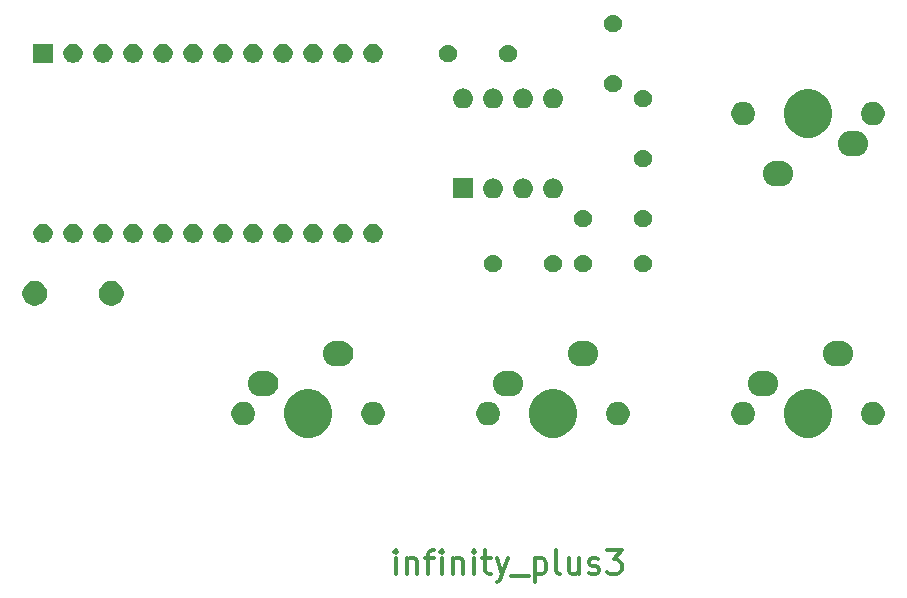
<source format=gbr>
G04 #@! TF.GenerationSoftware,KiCad,Pcbnew,(5.1.2)-1*
G04 #@! TF.CreationDate,2019-05-14T15:55:12+09:00*
G04 #@! TF.ProjectId,pcb,7063622e-6b69-4636-9164-5f7063625858,rev?*
G04 #@! TF.SameCoordinates,Original*
G04 #@! TF.FileFunction,Soldermask,Bot*
G04 #@! TF.FilePolarity,Negative*
%FSLAX46Y46*%
G04 Gerber Fmt 4.6, Leading zero omitted, Abs format (unit mm)*
G04 Created by KiCad (PCBNEW (5.1.2)-1) date 2019-05-14 15:55:12*
%MOMM*%
%LPD*%
G04 APERTURE LIST*
%ADD10C,0.300000*%
%ADD11C,0.100000*%
G04 APERTURE END LIST*
D10*
X64136190Y-186324761D02*
X64136190Y-184991428D01*
X64136190Y-184324761D02*
X64040952Y-184420000D01*
X64136190Y-184515238D01*
X64231428Y-184420000D01*
X64136190Y-184324761D01*
X64136190Y-184515238D01*
X65088571Y-184991428D02*
X65088571Y-186324761D01*
X65088571Y-185181904D02*
X65183809Y-185086666D01*
X65374285Y-184991428D01*
X65660000Y-184991428D01*
X65850476Y-185086666D01*
X65945714Y-185277142D01*
X65945714Y-186324761D01*
X66612380Y-184991428D02*
X67374285Y-184991428D01*
X66898095Y-186324761D02*
X66898095Y-184610476D01*
X66993333Y-184420000D01*
X67183809Y-184324761D01*
X67374285Y-184324761D01*
X68040952Y-186324761D02*
X68040952Y-184991428D01*
X68040952Y-184324761D02*
X67945714Y-184420000D01*
X68040952Y-184515238D01*
X68136190Y-184420000D01*
X68040952Y-184324761D01*
X68040952Y-184515238D01*
X68993333Y-184991428D02*
X68993333Y-186324761D01*
X68993333Y-185181904D02*
X69088571Y-185086666D01*
X69279047Y-184991428D01*
X69564761Y-184991428D01*
X69755238Y-185086666D01*
X69850476Y-185277142D01*
X69850476Y-186324761D01*
X70802857Y-186324761D02*
X70802857Y-184991428D01*
X70802857Y-184324761D02*
X70707619Y-184420000D01*
X70802857Y-184515238D01*
X70898095Y-184420000D01*
X70802857Y-184324761D01*
X70802857Y-184515238D01*
X71469523Y-184991428D02*
X72231428Y-184991428D01*
X71755238Y-184324761D02*
X71755238Y-186039047D01*
X71850476Y-186229523D01*
X72040952Y-186324761D01*
X72231428Y-186324761D01*
X72707619Y-184991428D02*
X73183809Y-186324761D01*
X73660000Y-184991428D02*
X73183809Y-186324761D01*
X72993333Y-186800952D01*
X72898095Y-186896190D01*
X72707619Y-186991428D01*
X73945714Y-186515238D02*
X75469523Y-186515238D01*
X75945714Y-184991428D02*
X75945714Y-186991428D01*
X75945714Y-185086666D02*
X76136190Y-184991428D01*
X76517142Y-184991428D01*
X76707619Y-185086666D01*
X76802857Y-185181904D01*
X76898095Y-185372380D01*
X76898095Y-185943809D01*
X76802857Y-186134285D01*
X76707619Y-186229523D01*
X76517142Y-186324761D01*
X76136190Y-186324761D01*
X75945714Y-186229523D01*
X78040952Y-186324761D02*
X77850476Y-186229523D01*
X77755238Y-186039047D01*
X77755238Y-184324761D01*
X79660000Y-184991428D02*
X79660000Y-186324761D01*
X78802857Y-184991428D02*
X78802857Y-186039047D01*
X78898095Y-186229523D01*
X79088571Y-186324761D01*
X79374285Y-186324761D01*
X79564761Y-186229523D01*
X79660000Y-186134285D01*
X80517142Y-186229523D02*
X80707619Y-186324761D01*
X81088571Y-186324761D01*
X81279047Y-186229523D01*
X81374285Y-186039047D01*
X81374285Y-185943809D01*
X81279047Y-185753333D01*
X81088571Y-185658095D01*
X80802857Y-185658095D01*
X80612380Y-185562857D01*
X80517142Y-185372380D01*
X80517142Y-185277142D01*
X80612380Y-185086666D01*
X80802857Y-184991428D01*
X81088571Y-184991428D01*
X81279047Y-185086666D01*
X82040952Y-184324761D02*
X83279047Y-184324761D01*
X82612380Y-185086666D01*
X82898095Y-185086666D01*
X83088571Y-185181904D01*
X83183809Y-185277142D01*
X83279047Y-185467619D01*
X83279047Y-185943809D01*
X83183809Y-186134285D01*
X83088571Y-186229523D01*
X82898095Y-186324761D01*
X82326666Y-186324761D01*
X82136190Y-186229523D01*
X82040952Y-186134285D01*
D11*
G36*
X57328254Y-170747818D02*
G01*
X57701511Y-170902426D01*
X57701513Y-170902427D01*
X57737937Y-170926765D01*
X58037436Y-171126884D01*
X58323116Y-171412564D01*
X58547574Y-171748489D01*
X58702182Y-172121746D01*
X58781000Y-172517993D01*
X58781000Y-172922007D01*
X58702182Y-173318254D01*
X58551293Y-173682532D01*
X58547573Y-173691513D01*
X58323116Y-174027436D01*
X58037436Y-174313116D01*
X57701513Y-174537573D01*
X57701512Y-174537574D01*
X57701511Y-174537574D01*
X57328254Y-174692182D01*
X56932007Y-174771000D01*
X56527993Y-174771000D01*
X56131746Y-174692182D01*
X55758489Y-174537574D01*
X55758488Y-174537574D01*
X55758487Y-174537573D01*
X55422564Y-174313116D01*
X55136884Y-174027436D01*
X54912427Y-173691513D01*
X54908707Y-173682532D01*
X54757818Y-173318254D01*
X54679000Y-172922007D01*
X54679000Y-172517993D01*
X54757818Y-172121746D01*
X54912426Y-171748489D01*
X55136884Y-171412564D01*
X55422564Y-171126884D01*
X55722063Y-170926765D01*
X55758487Y-170902427D01*
X55758489Y-170902426D01*
X56131746Y-170747818D01*
X56527993Y-170669000D01*
X56932007Y-170669000D01*
X57328254Y-170747818D01*
X57328254Y-170747818D01*
G37*
G36*
X99658254Y-170747818D02*
G01*
X100031511Y-170902426D01*
X100031513Y-170902427D01*
X100067937Y-170926765D01*
X100367436Y-171126884D01*
X100653116Y-171412564D01*
X100877574Y-171748489D01*
X101032182Y-172121746D01*
X101111000Y-172517993D01*
X101111000Y-172922007D01*
X101032182Y-173318254D01*
X100881293Y-173682532D01*
X100877573Y-173691513D01*
X100653116Y-174027436D01*
X100367436Y-174313116D01*
X100031513Y-174537573D01*
X100031512Y-174537574D01*
X100031511Y-174537574D01*
X99658254Y-174692182D01*
X99262007Y-174771000D01*
X98857993Y-174771000D01*
X98461746Y-174692182D01*
X98088489Y-174537574D01*
X98088488Y-174537574D01*
X98088487Y-174537573D01*
X97752564Y-174313116D01*
X97466884Y-174027436D01*
X97242427Y-173691513D01*
X97238707Y-173682532D01*
X97087818Y-173318254D01*
X97009000Y-172922007D01*
X97009000Y-172517993D01*
X97087818Y-172121746D01*
X97242426Y-171748489D01*
X97466884Y-171412564D01*
X97752564Y-171126884D01*
X98052063Y-170926765D01*
X98088487Y-170902427D01*
X98088489Y-170902426D01*
X98461746Y-170747818D01*
X98857993Y-170669000D01*
X99262007Y-170669000D01*
X99658254Y-170747818D01*
X99658254Y-170747818D01*
G37*
G36*
X78068254Y-170747818D02*
G01*
X78441511Y-170902426D01*
X78441513Y-170902427D01*
X78477937Y-170926765D01*
X78777436Y-171126884D01*
X79063116Y-171412564D01*
X79287574Y-171748489D01*
X79442182Y-172121746D01*
X79521000Y-172517993D01*
X79521000Y-172922007D01*
X79442182Y-173318254D01*
X79291293Y-173682532D01*
X79287573Y-173691513D01*
X79063116Y-174027436D01*
X78777436Y-174313116D01*
X78441513Y-174537573D01*
X78441512Y-174537574D01*
X78441511Y-174537574D01*
X78068254Y-174692182D01*
X77672007Y-174771000D01*
X77267993Y-174771000D01*
X76871746Y-174692182D01*
X76498489Y-174537574D01*
X76498488Y-174537574D01*
X76498487Y-174537573D01*
X76162564Y-174313116D01*
X75876884Y-174027436D01*
X75652427Y-173691513D01*
X75648707Y-173682532D01*
X75497818Y-173318254D01*
X75419000Y-172922007D01*
X75419000Y-172517993D01*
X75497818Y-172121746D01*
X75652426Y-171748489D01*
X75876884Y-171412564D01*
X76162564Y-171126884D01*
X76462063Y-170926765D01*
X76498487Y-170902427D01*
X76498489Y-170902426D01*
X76871746Y-170747818D01*
X77267993Y-170669000D01*
X77672007Y-170669000D01*
X78068254Y-170747818D01*
X78068254Y-170747818D01*
G37*
G36*
X104851981Y-171757468D02*
G01*
X105034151Y-171832926D01*
X105198100Y-171942473D01*
X105337527Y-172081900D01*
X105447074Y-172245849D01*
X105522532Y-172428019D01*
X105561000Y-172621410D01*
X105561000Y-172818590D01*
X105522532Y-173011981D01*
X105447074Y-173194151D01*
X105337527Y-173358100D01*
X105198100Y-173497527D01*
X105034151Y-173607074D01*
X104851981Y-173682532D01*
X104658591Y-173721000D01*
X104461409Y-173721000D01*
X104268019Y-173682532D01*
X104085849Y-173607074D01*
X103921900Y-173497527D01*
X103782473Y-173358100D01*
X103672926Y-173194151D01*
X103597468Y-173011981D01*
X103559000Y-172818590D01*
X103559000Y-172621410D01*
X103597468Y-172428019D01*
X103672926Y-172245849D01*
X103782473Y-172081900D01*
X103921900Y-171942473D01*
X104085849Y-171832926D01*
X104268019Y-171757468D01*
X104461409Y-171719000D01*
X104658591Y-171719000D01*
X104851981Y-171757468D01*
X104851981Y-171757468D01*
G37*
G36*
X93851981Y-171757468D02*
G01*
X94034151Y-171832926D01*
X94198100Y-171942473D01*
X94337527Y-172081900D01*
X94447074Y-172245849D01*
X94522532Y-172428019D01*
X94561000Y-172621410D01*
X94561000Y-172818590D01*
X94522532Y-173011981D01*
X94447074Y-173194151D01*
X94337527Y-173358100D01*
X94198100Y-173497527D01*
X94034151Y-173607074D01*
X93851981Y-173682532D01*
X93658591Y-173721000D01*
X93461409Y-173721000D01*
X93268019Y-173682532D01*
X93085849Y-173607074D01*
X92921900Y-173497527D01*
X92782473Y-173358100D01*
X92672926Y-173194151D01*
X92597468Y-173011981D01*
X92559000Y-172818590D01*
X92559000Y-172621410D01*
X92597468Y-172428019D01*
X92672926Y-172245849D01*
X92782473Y-172081900D01*
X92921900Y-171942473D01*
X93085849Y-171832926D01*
X93268019Y-171757468D01*
X93461409Y-171719000D01*
X93658591Y-171719000D01*
X93851981Y-171757468D01*
X93851981Y-171757468D01*
G37*
G36*
X72261981Y-171757468D02*
G01*
X72444151Y-171832926D01*
X72608100Y-171942473D01*
X72747527Y-172081900D01*
X72857074Y-172245849D01*
X72932532Y-172428019D01*
X72971000Y-172621410D01*
X72971000Y-172818590D01*
X72932532Y-173011981D01*
X72857074Y-173194151D01*
X72747527Y-173358100D01*
X72608100Y-173497527D01*
X72444151Y-173607074D01*
X72261981Y-173682532D01*
X72068591Y-173721000D01*
X71871409Y-173721000D01*
X71678019Y-173682532D01*
X71495849Y-173607074D01*
X71331900Y-173497527D01*
X71192473Y-173358100D01*
X71082926Y-173194151D01*
X71007468Y-173011981D01*
X70969000Y-172818590D01*
X70969000Y-172621410D01*
X71007468Y-172428019D01*
X71082926Y-172245849D01*
X71192473Y-172081900D01*
X71331900Y-171942473D01*
X71495849Y-171832926D01*
X71678019Y-171757468D01*
X71871409Y-171719000D01*
X72068591Y-171719000D01*
X72261981Y-171757468D01*
X72261981Y-171757468D01*
G37*
G36*
X83261981Y-171757468D02*
G01*
X83444151Y-171832926D01*
X83608100Y-171942473D01*
X83747527Y-172081900D01*
X83857074Y-172245849D01*
X83932532Y-172428019D01*
X83971000Y-172621410D01*
X83971000Y-172818590D01*
X83932532Y-173011981D01*
X83857074Y-173194151D01*
X83747527Y-173358100D01*
X83608100Y-173497527D01*
X83444151Y-173607074D01*
X83261981Y-173682532D01*
X83068591Y-173721000D01*
X82871409Y-173721000D01*
X82678019Y-173682532D01*
X82495849Y-173607074D01*
X82331900Y-173497527D01*
X82192473Y-173358100D01*
X82082926Y-173194151D01*
X82007468Y-173011981D01*
X81969000Y-172818590D01*
X81969000Y-172621410D01*
X82007468Y-172428019D01*
X82082926Y-172245849D01*
X82192473Y-172081900D01*
X82331900Y-171942473D01*
X82495849Y-171832926D01*
X82678019Y-171757468D01*
X82871409Y-171719000D01*
X83068591Y-171719000D01*
X83261981Y-171757468D01*
X83261981Y-171757468D01*
G37*
G36*
X51521981Y-171757468D02*
G01*
X51704151Y-171832926D01*
X51868100Y-171942473D01*
X52007527Y-172081900D01*
X52117074Y-172245849D01*
X52192532Y-172428019D01*
X52231000Y-172621410D01*
X52231000Y-172818590D01*
X52192532Y-173011981D01*
X52117074Y-173194151D01*
X52007527Y-173358100D01*
X51868100Y-173497527D01*
X51704151Y-173607074D01*
X51521981Y-173682532D01*
X51328591Y-173721000D01*
X51131409Y-173721000D01*
X50938019Y-173682532D01*
X50755849Y-173607074D01*
X50591900Y-173497527D01*
X50452473Y-173358100D01*
X50342926Y-173194151D01*
X50267468Y-173011981D01*
X50229000Y-172818590D01*
X50229000Y-172621410D01*
X50267468Y-172428019D01*
X50342926Y-172245849D01*
X50452473Y-172081900D01*
X50591900Y-171942473D01*
X50755849Y-171832926D01*
X50938019Y-171757468D01*
X51131409Y-171719000D01*
X51328591Y-171719000D01*
X51521981Y-171757468D01*
X51521981Y-171757468D01*
G37*
G36*
X62521981Y-171757468D02*
G01*
X62704151Y-171832926D01*
X62868100Y-171942473D01*
X63007527Y-172081900D01*
X63117074Y-172245849D01*
X63192532Y-172428019D01*
X63231000Y-172621410D01*
X63231000Y-172818590D01*
X63192532Y-173011981D01*
X63117074Y-173194151D01*
X63007527Y-173358100D01*
X62868100Y-173497527D01*
X62704151Y-173607074D01*
X62521981Y-173682532D01*
X62328591Y-173721000D01*
X62131409Y-173721000D01*
X61938019Y-173682532D01*
X61755849Y-173607074D01*
X61591900Y-173497527D01*
X61452473Y-173358100D01*
X61342926Y-173194151D01*
X61267468Y-173011981D01*
X61229000Y-172818590D01*
X61229000Y-172621410D01*
X61267468Y-172428019D01*
X61342926Y-172245849D01*
X61452473Y-172081900D01*
X61591900Y-171942473D01*
X61755849Y-171832926D01*
X61938019Y-171757468D01*
X62131409Y-171719000D01*
X62328591Y-171719000D01*
X62521981Y-171757468D01*
X62521981Y-171757468D01*
G37*
G36*
X95603097Y-169134069D02*
G01*
X95706032Y-169144207D01*
X95904146Y-169204305D01*
X95904149Y-169204306D01*
X96000975Y-169256061D01*
X96086729Y-169301897D01*
X96246765Y-169433235D01*
X96378103Y-169593271D01*
X96423939Y-169679025D01*
X96475694Y-169775851D01*
X96475695Y-169775854D01*
X96535793Y-169973968D01*
X96556085Y-170180000D01*
X96535793Y-170386032D01*
X96475695Y-170584146D01*
X96475694Y-170584149D01*
X96430340Y-170669000D01*
X96378103Y-170766729D01*
X96246765Y-170926765D01*
X96086729Y-171058103D01*
X96000975Y-171103939D01*
X95904149Y-171155694D01*
X95904146Y-171155695D01*
X95706032Y-171215793D01*
X95603097Y-171225931D01*
X95551631Y-171231000D01*
X94948369Y-171231000D01*
X94896903Y-171225931D01*
X94793968Y-171215793D01*
X94595854Y-171155695D01*
X94595851Y-171155694D01*
X94499025Y-171103939D01*
X94413271Y-171058103D01*
X94253235Y-170926765D01*
X94121897Y-170766729D01*
X94069660Y-170669000D01*
X94024306Y-170584149D01*
X94024305Y-170584146D01*
X93964207Y-170386032D01*
X93943915Y-170180000D01*
X93964207Y-169973968D01*
X94024305Y-169775854D01*
X94024306Y-169775851D01*
X94076061Y-169679025D01*
X94121897Y-169593271D01*
X94253235Y-169433235D01*
X94413271Y-169301897D01*
X94499025Y-169256061D01*
X94595851Y-169204306D01*
X94595854Y-169204305D01*
X94793968Y-169144207D01*
X94896903Y-169134069D01*
X94948369Y-169129000D01*
X95551631Y-169129000D01*
X95603097Y-169134069D01*
X95603097Y-169134069D01*
G37*
G36*
X53273097Y-169134069D02*
G01*
X53376032Y-169144207D01*
X53574146Y-169204305D01*
X53574149Y-169204306D01*
X53670975Y-169256061D01*
X53756729Y-169301897D01*
X53916765Y-169433235D01*
X54048103Y-169593271D01*
X54093939Y-169679025D01*
X54145694Y-169775851D01*
X54145695Y-169775854D01*
X54205793Y-169973968D01*
X54226085Y-170180000D01*
X54205793Y-170386032D01*
X54145695Y-170584146D01*
X54145694Y-170584149D01*
X54100340Y-170669000D01*
X54048103Y-170766729D01*
X53916765Y-170926765D01*
X53756729Y-171058103D01*
X53670975Y-171103939D01*
X53574149Y-171155694D01*
X53574146Y-171155695D01*
X53376032Y-171215793D01*
X53273097Y-171225931D01*
X53221631Y-171231000D01*
X52618369Y-171231000D01*
X52566903Y-171225931D01*
X52463968Y-171215793D01*
X52265854Y-171155695D01*
X52265851Y-171155694D01*
X52169025Y-171103939D01*
X52083271Y-171058103D01*
X51923235Y-170926765D01*
X51791897Y-170766729D01*
X51739660Y-170669000D01*
X51694306Y-170584149D01*
X51694305Y-170584146D01*
X51634207Y-170386032D01*
X51613915Y-170180000D01*
X51634207Y-169973968D01*
X51694305Y-169775854D01*
X51694306Y-169775851D01*
X51746061Y-169679025D01*
X51791897Y-169593271D01*
X51923235Y-169433235D01*
X52083271Y-169301897D01*
X52169025Y-169256061D01*
X52265851Y-169204306D01*
X52265854Y-169204305D01*
X52463968Y-169144207D01*
X52566903Y-169134069D01*
X52618369Y-169129000D01*
X53221631Y-169129000D01*
X53273097Y-169134069D01*
X53273097Y-169134069D01*
G37*
G36*
X74013097Y-169134069D02*
G01*
X74116032Y-169144207D01*
X74314146Y-169204305D01*
X74314149Y-169204306D01*
X74410975Y-169256061D01*
X74496729Y-169301897D01*
X74656765Y-169433235D01*
X74788103Y-169593271D01*
X74833939Y-169679025D01*
X74885694Y-169775851D01*
X74885695Y-169775854D01*
X74945793Y-169973968D01*
X74966085Y-170180000D01*
X74945793Y-170386032D01*
X74885695Y-170584146D01*
X74885694Y-170584149D01*
X74840340Y-170669000D01*
X74788103Y-170766729D01*
X74656765Y-170926765D01*
X74496729Y-171058103D01*
X74410975Y-171103939D01*
X74314149Y-171155694D01*
X74314146Y-171155695D01*
X74116032Y-171215793D01*
X74013097Y-171225931D01*
X73961631Y-171231000D01*
X73358369Y-171231000D01*
X73306903Y-171225931D01*
X73203968Y-171215793D01*
X73005854Y-171155695D01*
X73005851Y-171155694D01*
X72909025Y-171103939D01*
X72823271Y-171058103D01*
X72663235Y-170926765D01*
X72531897Y-170766729D01*
X72479660Y-170669000D01*
X72434306Y-170584149D01*
X72434305Y-170584146D01*
X72374207Y-170386032D01*
X72353915Y-170180000D01*
X72374207Y-169973968D01*
X72434305Y-169775854D01*
X72434306Y-169775851D01*
X72486061Y-169679025D01*
X72531897Y-169593271D01*
X72663235Y-169433235D01*
X72823271Y-169301897D01*
X72909025Y-169256061D01*
X73005851Y-169204306D01*
X73005854Y-169204305D01*
X73203968Y-169144207D01*
X73306903Y-169134069D01*
X73358369Y-169129000D01*
X73961631Y-169129000D01*
X74013097Y-169134069D01*
X74013097Y-169134069D01*
G37*
G36*
X59623097Y-166594069D02*
G01*
X59726032Y-166604207D01*
X59924146Y-166664305D01*
X59924149Y-166664306D01*
X60020975Y-166716061D01*
X60106729Y-166761897D01*
X60266765Y-166893235D01*
X60398103Y-167053271D01*
X60443939Y-167139025D01*
X60495694Y-167235851D01*
X60495695Y-167235854D01*
X60555793Y-167433968D01*
X60576085Y-167640000D01*
X60555793Y-167846032D01*
X60495695Y-168044146D01*
X60495694Y-168044149D01*
X60443939Y-168140975D01*
X60398103Y-168226729D01*
X60266765Y-168386765D01*
X60106729Y-168518103D01*
X60020975Y-168563939D01*
X59924149Y-168615694D01*
X59924146Y-168615695D01*
X59726032Y-168675793D01*
X59623097Y-168685931D01*
X59571631Y-168691000D01*
X58968369Y-168691000D01*
X58916903Y-168685931D01*
X58813968Y-168675793D01*
X58615854Y-168615695D01*
X58615851Y-168615694D01*
X58519025Y-168563939D01*
X58433271Y-168518103D01*
X58273235Y-168386765D01*
X58141897Y-168226729D01*
X58096061Y-168140975D01*
X58044306Y-168044149D01*
X58044305Y-168044146D01*
X57984207Y-167846032D01*
X57963915Y-167640000D01*
X57984207Y-167433968D01*
X58044305Y-167235854D01*
X58044306Y-167235851D01*
X58096061Y-167139025D01*
X58141897Y-167053271D01*
X58273235Y-166893235D01*
X58433271Y-166761897D01*
X58519025Y-166716061D01*
X58615851Y-166664306D01*
X58615854Y-166664305D01*
X58813968Y-166604207D01*
X58916903Y-166594069D01*
X58968369Y-166589000D01*
X59571631Y-166589000D01*
X59623097Y-166594069D01*
X59623097Y-166594069D01*
G37*
G36*
X80363097Y-166594069D02*
G01*
X80466032Y-166604207D01*
X80664146Y-166664305D01*
X80664149Y-166664306D01*
X80760975Y-166716061D01*
X80846729Y-166761897D01*
X81006765Y-166893235D01*
X81138103Y-167053271D01*
X81183939Y-167139025D01*
X81235694Y-167235851D01*
X81235695Y-167235854D01*
X81295793Y-167433968D01*
X81316085Y-167640000D01*
X81295793Y-167846032D01*
X81235695Y-168044146D01*
X81235694Y-168044149D01*
X81183939Y-168140975D01*
X81138103Y-168226729D01*
X81006765Y-168386765D01*
X80846729Y-168518103D01*
X80760975Y-168563939D01*
X80664149Y-168615694D01*
X80664146Y-168615695D01*
X80466032Y-168675793D01*
X80363097Y-168685931D01*
X80311631Y-168691000D01*
X79708369Y-168691000D01*
X79656903Y-168685931D01*
X79553968Y-168675793D01*
X79355854Y-168615695D01*
X79355851Y-168615694D01*
X79259025Y-168563939D01*
X79173271Y-168518103D01*
X79013235Y-168386765D01*
X78881897Y-168226729D01*
X78836061Y-168140975D01*
X78784306Y-168044149D01*
X78784305Y-168044146D01*
X78724207Y-167846032D01*
X78703915Y-167640000D01*
X78724207Y-167433968D01*
X78784305Y-167235854D01*
X78784306Y-167235851D01*
X78836061Y-167139025D01*
X78881897Y-167053271D01*
X79013235Y-166893235D01*
X79173271Y-166761897D01*
X79259025Y-166716061D01*
X79355851Y-166664306D01*
X79355854Y-166664305D01*
X79553968Y-166604207D01*
X79656903Y-166594069D01*
X79708369Y-166589000D01*
X80311631Y-166589000D01*
X80363097Y-166594069D01*
X80363097Y-166594069D01*
G37*
G36*
X101953097Y-166594069D02*
G01*
X102056032Y-166604207D01*
X102254146Y-166664305D01*
X102254149Y-166664306D01*
X102350975Y-166716061D01*
X102436729Y-166761897D01*
X102596765Y-166893235D01*
X102728103Y-167053271D01*
X102773939Y-167139025D01*
X102825694Y-167235851D01*
X102825695Y-167235854D01*
X102885793Y-167433968D01*
X102906085Y-167640000D01*
X102885793Y-167846032D01*
X102825695Y-168044146D01*
X102825694Y-168044149D01*
X102773939Y-168140975D01*
X102728103Y-168226729D01*
X102596765Y-168386765D01*
X102436729Y-168518103D01*
X102350975Y-168563939D01*
X102254149Y-168615694D01*
X102254146Y-168615695D01*
X102056032Y-168675793D01*
X101953097Y-168685931D01*
X101901631Y-168691000D01*
X101298369Y-168691000D01*
X101246903Y-168685931D01*
X101143968Y-168675793D01*
X100945854Y-168615695D01*
X100945851Y-168615694D01*
X100849025Y-168563939D01*
X100763271Y-168518103D01*
X100603235Y-168386765D01*
X100471897Y-168226729D01*
X100426061Y-168140975D01*
X100374306Y-168044149D01*
X100374305Y-168044146D01*
X100314207Y-167846032D01*
X100293915Y-167640000D01*
X100314207Y-167433968D01*
X100374305Y-167235854D01*
X100374306Y-167235851D01*
X100426061Y-167139025D01*
X100471897Y-167053271D01*
X100603235Y-166893235D01*
X100763271Y-166761897D01*
X100849025Y-166716061D01*
X100945851Y-166664306D01*
X100945854Y-166664305D01*
X101143968Y-166604207D01*
X101246903Y-166594069D01*
X101298369Y-166589000D01*
X101901631Y-166589000D01*
X101953097Y-166594069D01*
X101953097Y-166594069D01*
G37*
G36*
X40386564Y-161549389D02*
G01*
X40577833Y-161628615D01*
X40577835Y-161628616D01*
X40749973Y-161743635D01*
X40896365Y-161890027D01*
X41011385Y-162062167D01*
X41090611Y-162253436D01*
X41131000Y-162456484D01*
X41131000Y-162663516D01*
X41090611Y-162866564D01*
X41011385Y-163057833D01*
X41011384Y-163057835D01*
X40896365Y-163229973D01*
X40749973Y-163376365D01*
X40577835Y-163491384D01*
X40577834Y-163491385D01*
X40577833Y-163491385D01*
X40386564Y-163570611D01*
X40183516Y-163611000D01*
X39976484Y-163611000D01*
X39773436Y-163570611D01*
X39582167Y-163491385D01*
X39582166Y-163491385D01*
X39582165Y-163491384D01*
X39410027Y-163376365D01*
X39263635Y-163229973D01*
X39148616Y-163057835D01*
X39148615Y-163057833D01*
X39069389Y-162866564D01*
X39029000Y-162663516D01*
X39029000Y-162456484D01*
X39069389Y-162253436D01*
X39148615Y-162062167D01*
X39263635Y-161890027D01*
X39410027Y-161743635D01*
X39582165Y-161628616D01*
X39582167Y-161628615D01*
X39773436Y-161549389D01*
X39976484Y-161509000D01*
X40183516Y-161509000D01*
X40386564Y-161549389D01*
X40386564Y-161549389D01*
G37*
G36*
X33886564Y-161549389D02*
G01*
X34077833Y-161628615D01*
X34077835Y-161628616D01*
X34249973Y-161743635D01*
X34396365Y-161890027D01*
X34511385Y-162062167D01*
X34590611Y-162253436D01*
X34631000Y-162456484D01*
X34631000Y-162663516D01*
X34590611Y-162866564D01*
X34511385Y-163057833D01*
X34511384Y-163057835D01*
X34396365Y-163229973D01*
X34249973Y-163376365D01*
X34077835Y-163491384D01*
X34077834Y-163491385D01*
X34077833Y-163491385D01*
X33886564Y-163570611D01*
X33683516Y-163611000D01*
X33476484Y-163611000D01*
X33273436Y-163570611D01*
X33082167Y-163491385D01*
X33082166Y-163491385D01*
X33082165Y-163491384D01*
X32910027Y-163376365D01*
X32763635Y-163229973D01*
X32648616Y-163057835D01*
X32648615Y-163057833D01*
X32569389Y-162866564D01*
X32529000Y-162663516D01*
X32529000Y-162456484D01*
X32569389Y-162253436D01*
X32648615Y-162062167D01*
X32763635Y-161890027D01*
X32910027Y-161743635D01*
X33082165Y-161628616D01*
X33082167Y-161628615D01*
X33273436Y-161549389D01*
X33476484Y-161509000D01*
X33683516Y-161509000D01*
X33886564Y-161549389D01*
X33886564Y-161549389D01*
G37*
G36*
X72484425Y-159274599D02*
G01*
X72608621Y-159299302D01*
X72745022Y-159355801D01*
X72867779Y-159437825D01*
X72972175Y-159542221D01*
X73054199Y-159664978D01*
X73110698Y-159801379D01*
X73139500Y-159946181D01*
X73139500Y-160093819D01*
X73110698Y-160238621D01*
X73054199Y-160375022D01*
X72972175Y-160497779D01*
X72867779Y-160602175D01*
X72745022Y-160684199D01*
X72608621Y-160740698D01*
X72484425Y-160765401D01*
X72463820Y-160769500D01*
X72316180Y-160769500D01*
X72295575Y-160765401D01*
X72171379Y-160740698D01*
X72034978Y-160684199D01*
X71912221Y-160602175D01*
X71807825Y-160497779D01*
X71725801Y-160375022D01*
X71669302Y-160238621D01*
X71640500Y-160093819D01*
X71640500Y-159946181D01*
X71669302Y-159801379D01*
X71725801Y-159664978D01*
X71807825Y-159542221D01*
X71912221Y-159437825D01*
X72034978Y-159355801D01*
X72171379Y-159299302D01*
X72295575Y-159274599D01*
X72316180Y-159270500D01*
X72463820Y-159270500D01*
X72484425Y-159274599D01*
X72484425Y-159274599D01*
G37*
G36*
X80104425Y-159274599D02*
G01*
X80228621Y-159299302D01*
X80365022Y-159355801D01*
X80487779Y-159437825D01*
X80592175Y-159542221D01*
X80674199Y-159664978D01*
X80730698Y-159801379D01*
X80759500Y-159946181D01*
X80759500Y-160093819D01*
X80730698Y-160238621D01*
X80674199Y-160375022D01*
X80592175Y-160497779D01*
X80487779Y-160602175D01*
X80365022Y-160684199D01*
X80228621Y-160740698D01*
X80104425Y-160765401D01*
X80083820Y-160769500D01*
X79936180Y-160769500D01*
X79915575Y-160765401D01*
X79791379Y-160740698D01*
X79654978Y-160684199D01*
X79532221Y-160602175D01*
X79427825Y-160497779D01*
X79345801Y-160375022D01*
X79289302Y-160238621D01*
X79260500Y-160093819D01*
X79260500Y-159946181D01*
X79289302Y-159801379D01*
X79345801Y-159664978D01*
X79427825Y-159542221D01*
X79532221Y-159437825D01*
X79654978Y-159355801D01*
X79791379Y-159299302D01*
X79915575Y-159274599D01*
X79936180Y-159270500D01*
X80083820Y-159270500D01*
X80104425Y-159274599D01*
X80104425Y-159274599D01*
G37*
G36*
X85184425Y-159274599D02*
G01*
X85308621Y-159299302D01*
X85445022Y-159355801D01*
X85567779Y-159437825D01*
X85672175Y-159542221D01*
X85754199Y-159664978D01*
X85810698Y-159801379D01*
X85839500Y-159946181D01*
X85839500Y-160093819D01*
X85810698Y-160238621D01*
X85754199Y-160375022D01*
X85672175Y-160497779D01*
X85567779Y-160602175D01*
X85445022Y-160684199D01*
X85308621Y-160740698D01*
X85184425Y-160765401D01*
X85163820Y-160769500D01*
X85016180Y-160769500D01*
X84995575Y-160765401D01*
X84871379Y-160740698D01*
X84734978Y-160684199D01*
X84612221Y-160602175D01*
X84507825Y-160497779D01*
X84425801Y-160375022D01*
X84369302Y-160238621D01*
X84340500Y-160093819D01*
X84340500Y-159946181D01*
X84369302Y-159801379D01*
X84425801Y-159664978D01*
X84507825Y-159542221D01*
X84612221Y-159437825D01*
X84734978Y-159355801D01*
X84871379Y-159299302D01*
X84995575Y-159274599D01*
X85016180Y-159270500D01*
X85163820Y-159270500D01*
X85184425Y-159274599D01*
X85184425Y-159274599D01*
G37*
G36*
X77564425Y-159274599D02*
G01*
X77688621Y-159299302D01*
X77825022Y-159355801D01*
X77947779Y-159437825D01*
X78052175Y-159542221D01*
X78134199Y-159664978D01*
X78190698Y-159801379D01*
X78219500Y-159946181D01*
X78219500Y-160093819D01*
X78190698Y-160238621D01*
X78134199Y-160375022D01*
X78052175Y-160497779D01*
X77947779Y-160602175D01*
X77825022Y-160684199D01*
X77688621Y-160740698D01*
X77564425Y-160765401D01*
X77543820Y-160769500D01*
X77396180Y-160769500D01*
X77375575Y-160765401D01*
X77251379Y-160740698D01*
X77114978Y-160684199D01*
X76992221Y-160602175D01*
X76887825Y-160497779D01*
X76805801Y-160375022D01*
X76749302Y-160238621D01*
X76720500Y-160093819D01*
X76720500Y-159946181D01*
X76749302Y-159801379D01*
X76805801Y-159664978D01*
X76887825Y-159542221D01*
X76992221Y-159437825D01*
X77114978Y-159355801D01*
X77251379Y-159299302D01*
X77375575Y-159274599D01*
X77396180Y-159270500D01*
X77543820Y-159270500D01*
X77564425Y-159274599D01*
X77564425Y-159274599D01*
G37*
G36*
X62467142Y-156678242D02*
G01*
X62615101Y-156739529D01*
X62748255Y-156828499D01*
X62861501Y-156941745D01*
X62950471Y-157074899D01*
X63011758Y-157222858D01*
X63043000Y-157379925D01*
X63043000Y-157540075D01*
X63011758Y-157697142D01*
X62950471Y-157845101D01*
X62861501Y-157978255D01*
X62748255Y-158091501D01*
X62615101Y-158180471D01*
X62467142Y-158241758D01*
X62310075Y-158273000D01*
X62149925Y-158273000D01*
X61992858Y-158241758D01*
X61844899Y-158180471D01*
X61711745Y-158091501D01*
X61598499Y-157978255D01*
X61509529Y-157845101D01*
X61448242Y-157697142D01*
X61417000Y-157540075D01*
X61417000Y-157379925D01*
X61448242Y-157222858D01*
X61509529Y-157074899D01*
X61598499Y-156941745D01*
X61711745Y-156828499D01*
X61844899Y-156739529D01*
X61992858Y-156678242D01*
X62149925Y-156647000D01*
X62310075Y-156647000D01*
X62467142Y-156678242D01*
X62467142Y-156678242D01*
G37*
G36*
X34527142Y-156678242D02*
G01*
X34675101Y-156739529D01*
X34808255Y-156828499D01*
X34921501Y-156941745D01*
X35010471Y-157074899D01*
X35071758Y-157222858D01*
X35103000Y-157379925D01*
X35103000Y-157540075D01*
X35071758Y-157697142D01*
X35010471Y-157845101D01*
X34921501Y-157978255D01*
X34808255Y-158091501D01*
X34675101Y-158180471D01*
X34527142Y-158241758D01*
X34370075Y-158273000D01*
X34209925Y-158273000D01*
X34052858Y-158241758D01*
X33904899Y-158180471D01*
X33771745Y-158091501D01*
X33658499Y-157978255D01*
X33569529Y-157845101D01*
X33508242Y-157697142D01*
X33477000Y-157540075D01*
X33477000Y-157379925D01*
X33508242Y-157222858D01*
X33569529Y-157074899D01*
X33658499Y-156941745D01*
X33771745Y-156828499D01*
X33904899Y-156739529D01*
X34052858Y-156678242D01*
X34209925Y-156647000D01*
X34370075Y-156647000D01*
X34527142Y-156678242D01*
X34527142Y-156678242D01*
G37*
G36*
X37067142Y-156678242D02*
G01*
X37215101Y-156739529D01*
X37348255Y-156828499D01*
X37461501Y-156941745D01*
X37550471Y-157074899D01*
X37611758Y-157222858D01*
X37643000Y-157379925D01*
X37643000Y-157540075D01*
X37611758Y-157697142D01*
X37550471Y-157845101D01*
X37461501Y-157978255D01*
X37348255Y-158091501D01*
X37215101Y-158180471D01*
X37067142Y-158241758D01*
X36910075Y-158273000D01*
X36749925Y-158273000D01*
X36592858Y-158241758D01*
X36444899Y-158180471D01*
X36311745Y-158091501D01*
X36198499Y-157978255D01*
X36109529Y-157845101D01*
X36048242Y-157697142D01*
X36017000Y-157540075D01*
X36017000Y-157379925D01*
X36048242Y-157222858D01*
X36109529Y-157074899D01*
X36198499Y-156941745D01*
X36311745Y-156828499D01*
X36444899Y-156739529D01*
X36592858Y-156678242D01*
X36749925Y-156647000D01*
X36910075Y-156647000D01*
X37067142Y-156678242D01*
X37067142Y-156678242D01*
G37*
G36*
X39607142Y-156678242D02*
G01*
X39755101Y-156739529D01*
X39888255Y-156828499D01*
X40001501Y-156941745D01*
X40090471Y-157074899D01*
X40151758Y-157222858D01*
X40183000Y-157379925D01*
X40183000Y-157540075D01*
X40151758Y-157697142D01*
X40090471Y-157845101D01*
X40001501Y-157978255D01*
X39888255Y-158091501D01*
X39755101Y-158180471D01*
X39607142Y-158241758D01*
X39450075Y-158273000D01*
X39289925Y-158273000D01*
X39132858Y-158241758D01*
X38984899Y-158180471D01*
X38851745Y-158091501D01*
X38738499Y-157978255D01*
X38649529Y-157845101D01*
X38588242Y-157697142D01*
X38557000Y-157540075D01*
X38557000Y-157379925D01*
X38588242Y-157222858D01*
X38649529Y-157074899D01*
X38738499Y-156941745D01*
X38851745Y-156828499D01*
X38984899Y-156739529D01*
X39132858Y-156678242D01*
X39289925Y-156647000D01*
X39450075Y-156647000D01*
X39607142Y-156678242D01*
X39607142Y-156678242D01*
G37*
G36*
X42147142Y-156678242D02*
G01*
X42295101Y-156739529D01*
X42428255Y-156828499D01*
X42541501Y-156941745D01*
X42630471Y-157074899D01*
X42691758Y-157222858D01*
X42723000Y-157379925D01*
X42723000Y-157540075D01*
X42691758Y-157697142D01*
X42630471Y-157845101D01*
X42541501Y-157978255D01*
X42428255Y-158091501D01*
X42295101Y-158180471D01*
X42147142Y-158241758D01*
X41990075Y-158273000D01*
X41829925Y-158273000D01*
X41672858Y-158241758D01*
X41524899Y-158180471D01*
X41391745Y-158091501D01*
X41278499Y-157978255D01*
X41189529Y-157845101D01*
X41128242Y-157697142D01*
X41097000Y-157540075D01*
X41097000Y-157379925D01*
X41128242Y-157222858D01*
X41189529Y-157074899D01*
X41278499Y-156941745D01*
X41391745Y-156828499D01*
X41524899Y-156739529D01*
X41672858Y-156678242D01*
X41829925Y-156647000D01*
X41990075Y-156647000D01*
X42147142Y-156678242D01*
X42147142Y-156678242D01*
G37*
G36*
X44687142Y-156678242D02*
G01*
X44835101Y-156739529D01*
X44968255Y-156828499D01*
X45081501Y-156941745D01*
X45170471Y-157074899D01*
X45231758Y-157222858D01*
X45263000Y-157379925D01*
X45263000Y-157540075D01*
X45231758Y-157697142D01*
X45170471Y-157845101D01*
X45081501Y-157978255D01*
X44968255Y-158091501D01*
X44835101Y-158180471D01*
X44687142Y-158241758D01*
X44530075Y-158273000D01*
X44369925Y-158273000D01*
X44212858Y-158241758D01*
X44064899Y-158180471D01*
X43931745Y-158091501D01*
X43818499Y-157978255D01*
X43729529Y-157845101D01*
X43668242Y-157697142D01*
X43637000Y-157540075D01*
X43637000Y-157379925D01*
X43668242Y-157222858D01*
X43729529Y-157074899D01*
X43818499Y-156941745D01*
X43931745Y-156828499D01*
X44064899Y-156739529D01*
X44212858Y-156678242D01*
X44369925Y-156647000D01*
X44530075Y-156647000D01*
X44687142Y-156678242D01*
X44687142Y-156678242D01*
G37*
G36*
X47227142Y-156678242D02*
G01*
X47375101Y-156739529D01*
X47508255Y-156828499D01*
X47621501Y-156941745D01*
X47710471Y-157074899D01*
X47771758Y-157222858D01*
X47803000Y-157379925D01*
X47803000Y-157540075D01*
X47771758Y-157697142D01*
X47710471Y-157845101D01*
X47621501Y-157978255D01*
X47508255Y-158091501D01*
X47375101Y-158180471D01*
X47227142Y-158241758D01*
X47070075Y-158273000D01*
X46909925Y-158273000D01*
X46752858Y-158241758D01*
X46604899Y-158180471D01*
X46471745Y-158091501D01*
X46358499Y-157978255D01*
X46269529Y-157845101D01*
X46208242Y-157697142D01*
X46177000Y-157540075D01*
X46177000Y-157379925D01*
X46208242Y-157222858D01*
X46269529Y-157074899D01*
X46358499Y-156941745D01*
X46471745Y-156828499D01*
X46604899Y-156739529D01*
X46752858Y-156678242D01*
X46909925Y-156647000D01*
X47070075Y-156647000D01*
X47227142Y-156678242D01*
X47227142Y-156678242D01*
G37*
G36*
X49767142Y-156678242D02*
G01*
X49915101Y-156739529D01*
X50048255Y-156828499D01*
X50161501Y-156941745D01*
X50250471Y-157074899D01*
X50311758Y-157222858D01*
X50343000Y-157379925D01*
X50343000Y-157540075D01*
X50311758Y-157697142D01*
X50250471Y-157845101D01*
X50161501Y-157978255D01*
X50048255Y-158091501D01*
X49915101Y-158180471D01*
X49767142Y-158241758D01*
X49610075Y-158273000D01*
X49449925Y-158273000D01*
X49292858Y-158241758D01*
X49144899Y-158180471D01*
X49011745Y-158091501D01*
X48898499Y-157978255D01*
X48809529Y-157845101D01*
X48748242Y-157697142D01*
X48717000Y-157540075D01*
X48717000Y-157379925D01*
X48748242Y-157222858D01*
X48809529Y-157074899D01*
X48898499Y-156941745D01*
X49011745Y-156828499D01*
X49144899Y-156739529D01*
X49292858Y-156678242D01*
X49449925Y-156647000D01*
X49610075Y-156647000D01*
X49767142Y-156678242D01*
X49767142Y-156678242D01*
G37*
G36*
X52307142Y-156678242D02*
G01*
X52455101Y-156739529D01*
X52588255Y-156828499D01*
X52701501Y-156941745D01*
X52790471Y-157074899D01*
X52851758Y-157222858D01*
X52883000Y-157379925D01*
X52883000Y-157540075D01*
X52851758Y-157697142D01*
X52790471Y-157845101D01*
X52701501Y-157978255D01*
X52588255Y-158091501D01*
X52455101Y-158180471D01*
X52307142Y-158241758D01*
X52150075Y-158273000D01*
X51989925Y-158273000D01*
X51832858Y-158241758D01*
X51684899Y-158180471D01*
X51551745Y-158091501D01*
X51438499Y-157978255D01*
X51349529Y-157845101D01*
X51288242Y-157697142D01*
X51257000Y-157540075D01*
X51257000Y-157379925D01*
X51288242Y-157222858D01*
X51349529Y-157074899D01*
X51438499Y-156941745D01*
X51551745Y-156828499D01*
X51684899Y-156739529D01*
X51832858Y-156678242D01*
X51989925Y-156647000D01*
X52150075Y-156647000D01*
X52307142Y-156678242D01*
X52307142Y-156678242D01*
G37*
G36*
X54847142Y-156678242D02*
G01*
X54995101Y-156739529D01*
X55128255Y-156828499D01*
X55241501Y-156941745D01*
X55330471Y-157074899D01*
X55391758Y-157222858D01*
X55423000Y-157379925D01*
X55423000Y-157540075D01*
X55391758Y-157697142D01*
X55330471Y-157845101D01*
X55241501Y-157978255D01*
X55128255Y-158091501D01*
X54995101Y-158180471D01*
X54847142Y-158241758D01*
X54690075Y-158273000D01*
X54529925Y-158273000D01*
X54372858Y-158241758D01*
X54224899Y-158180471D01*
X54091745Y-158091501D01*
X53978499Y-157978255D01*
X53889529Y-157845101D01*
X53828242Y-157697142D01*
X53797000Y-157540075D01*
X53797000Y-157379925D01*
X53828242Y-157222858D01*
X53889529Y-157074899D01*
X53978499Y-156941745D01*
X54091745Y-156828499D01*
X54224899Y-156739529D01*
X54372858Y-156678242D01*
X54529925Y-156647000D01*
X54690075Y-156647000D01*
X54847142Y-156678242D01*
X54847142Y-156678242D01*
G37*
G36*
X57387142Y-156678242D02*
G01*
X57535101Y-156739529D01*
X57668255Y-156828499D01*
X57781501Y-156941745D01*
X57870471Y-157074899D01*
X57931758Y-157222858D01*
X57963000Y-157379925D01*
X57963000Y-157540075D01*
X57931758Y-157697142D01*
X57870471Y-157845101D01*
X57781501Y-157978255D01*
X57668255Y-158091501D01*
X57535101Y-158180471D01*
X57387142Y-158241758D01*
X57230075Y-158273000D01*
X57069925Y-158273000D01*
X56912858Y-158241758D01*
X56764899Y-158180471D01*
X56631745Y-158091501D01*
X56518499Y-157978255D01*
X56429529Y-157845101D01*
X56368242Y-157697142D01*
X56337000Y-157540075D01*
X56337000Y-157379925D01*
X56368242Y-157222858D01*
X56429529Y-157074899D01*
X56518499Y-156941745D01*
X56631745Y-156828499D01*
X56764899Y-156739529D01*
X56912858Y-156678242D01*
X57069925Y-156647000D01*
X57230075Y-156647000D01*
X57387142Y-156678242D01*
X57387142Y-156678242D01*
G37*
G36*
X59927142Y-156678242D02*
G01*
X60075101Y-156739529D01*
X60208255Y-156828499D01*
X60321501Y-156941745D01*
X60410471Y-157074899D01*
X60471758Y-157222858D01*
X60503000Y-157379925D01*
X60503000Y-157540075D01*
X60471758Y-157697142D01*
X60410471Y-157845101D01*
X60321501Y-157978255D01*
X60208255Y-158091501D01*
X60075101Y-158180471D01*
X59927142Y-158241758D01*
X59770075Y-158273000D01*
X59609925Y-158273000D01*
X59452858Y-158241758D01*
X59304899Y-158180471D01*
X59171745Y-158091501D01*
X59058499Y-157978255D01*
X58969529Y-157845101D01*
X58908242Y-157697142D01*
X58877000Y-157540075D01*
X58877000Y-157379925D01*
X58908242Y-157222858D01*
X58969529Y-157074899D01*
X59058499Y-156941745D01*
X59171745Y-156828499D01*
X59304899Y-156739529D01*
X59452858Y-156678242D01*
X59609925Y-156647000D01*
X59770075Y-156647000D01*
X59927142Y-156678242D01*
X59927142Y-156678242D01*
G37*
G36*
X85184425Y-155464599D02*
G01*
X85308621Y-155489302D01*
X85445022Y-155545801D01*
X85567779Y-155627825D01*
X85672175Y-155732221D01*
X85754199Y-155854978D01*
X85810698Y-155991379D01*
X85839500Y-156136181D01*
X85839500Y-156283819D01*
X85810698Y-156428621D01*
X85754199Y-156565022D01*
X85672175Y-156687779D01*
X85567779Y-156792175D01*
X85445022Y-156874199D01*
X85308621Y-156930698D01*
X85184425Y-156955401D01*
X85163820Y-156959500D01*
X85016180Y-156959500D01*
X84995575Y-156955401D01*
X84871379Y-156930698D01*
X84734978Y-156874199D01*
X84612221Y-156792175D01*
X84507825Y-156687779D01*
X84425801Y-156565022D01*
X84369302Y-156428621D01*
X84340500Y-156283819D01*
X84340500Y-156136181D01*
X84369302Y-155991379D01*
X84425801Y-155854978D01*
X84507825Y-155732221D01*
X84612221Y-155627825D01*
X84734978Y-155545801D01*
X84871379Y-155489302D01*
X84995575Y-155464599D01*
X85016180Y-155460500D01*
X85163820Y-155460500D01*
X85184425Y-155464599D01*
X85184425Y-155464599D01*
G37*
G36*
X80104425Y-155464599D02*
G01*
X80228621Y-155489302D01*
X80365022Y-155545801D01*
X80487779Y-155627825D01*
X80592175Y-155732221D01*
X80674199Y-155854978D01*
X80730698Y-155991379D01*
X80759500Y-156136181D01*
X80759500Y-156283819D01*
X80730698Y-156428621D01*
X80674199Y-156565022D01*
X80592175Y-156687779D01*
X80487779Y-156792175D01*
X80365022Y-156874199D01*
X80228621Y-156930698D01*
X80104425Y-156955401D01*
X80083820Y-156959500D01*
X79936180Y-156959500D01*
X79915575Y-156955401D01*
X79791379Y-156930698D01*
X79654978Y-156874199D01*
X79532221Y-156792175D01*
X79427825Y-156687779D01*
X79345801Y-156565022D01*
X79289302Y-156428621D01*
X79260500Y-156283819D01*
X79260500Y-156136181D01*
X79289302Y-155991379D01*
X79345801Y-155854978D01*
X79427825Y-155732221D01*
X79532221Y-155627825D01*
X79654978Y-155545801D01*
X79791379Y-155489302D01*
X79915575Y-155464599D01*
X79936180Y-155460500D01*
X80083820Y-155460500D01*
X80104425Y-155464599D01*
X80104425Y-155464599D01*
G37*
G36*
X70701000Y-154521000D02*
G01*
X68999000Y-154521000D01*
X68999000Y-152819000D01*
X70701000Y-152819000D01*
X70701000Y-154521000D01*
X70701000Y-154521000D01*
G37*
G36*
X77636823Y-152831313D02*
G01*
X77797242Y-152879976D01*
X77929906Y-152950886D01*
X77945078Y-152958996D01*
X78074659Y-153065341D01*
X78181004Y-153194922D01*
X78181005Y-153194924D01*
X78260024Y-153342758D01*
X78308687Y-153503177D01*
X78325117Y-153670000D01*
X78308687Y-153836823D01*
X78260024Y-153997242D01*
X78189114Y-154129906D01*
X78181004Y-154145078D01*
X78074659Y-154274659D01*
X77945078Y-154381004D01*
X77945076Y-154381005D01*
X77797242Y-154460024D01*
X77636823Y-154508687D01*
X77511804Y-154521000D01*
X77428196Y-154521000D01*
X77303177Y-154508687D01*
X77142758Y-154460024D01*
X76994924Y-154381005D01*
X76994922Y-154381004D01*
X76865341Y-154274659D01*
X76758996Y-154145078D01*
X76750886Y-154129906D01*
X76679976Y-153997242D01*
X76631313Y-153836823D01*
X76614883Y-153670000D01*
X76631313Y-153503177D01*
X76679976Y-153342758D01*
X76758995Y-153194924D01*
X76758996Y-153194922D01*
X76865341Y-153065341D01*
X76994922Y-152958996D01*
X77010094Y-152950886D01*
X77142758Y-152879976D01*
X77303177Y-152831313D01*
X77428196Y-152819000D01*
X77511804Y-152819000D01*
X77636823Y-152831313D01*
X77636823Y-152831313D01*
G37*
G36*
X75096823Y-152831313D02*
G01*
X75257242Y-152879976D01*
X75389906Y-152950886D01*
X75405078Y-152958996D01*
X75534659Y-153065341D01*
X75641004Y-153194922D01*
X75641005Y-153194924D01*
X75720024Y-153342758D01*
X75768687Y-153503177D01*
X75785117Y-153670000D01*
X75768687Y-153836823D01*
X75720024Y-153997242D01*
X75649114Y-154129906D01*
X75641004Y-154145078D01*
X75534659Y-154274659D01*
X75405078Y-154381004D01*
X75405076Y-154381005D01*
X75257242Y-154460024D01*
X75096823Y-154508687D01*
X74971804Y-154521000D01*
X74888196Y-154521000D01*
X74763177Y-154508687D01*
X74602758Y-154460024D01*
X74454924Y-154381005D01*
X74454922Y-154381004D01*
X74325341Y-154274659D01*
X74218996Y-154145078D01*
X74210886Y-154129906D01*
X74139976Y-153997242D01*
X74091313Y-153836823D01*
X74074883Y-153670000D01*
X74091313Y-153503177D01*
X74139976Y-153342758D01*
X74218995Y-153194924D01*
X74218996Y-153194922D01*
X74325341Y-153065341D01*
X74454922Y-152958996D01*
X74470094Y-152950886D01*
X74602758Y-152879976D01*
X74763177Y-152831313D01*
X74888196Y-152819000D01*
X74971804Y-152819000D01*
X75096823Y-152831313D01*
X75096823Y-152831313D01*
G37*
G36*
X72556823Y-152831313D02*
G01*
X72717242Y-152879976D01*
X72849906Y-152950886D01*
X72865078Y-152958996D01*
X72994659Y-153065341D01*
X73101004Y-153194922D01*
X73101005Y-153194924D01*
X73180024Y-153342758D01*
X73228687Y-153503177D01*
X73245117Y-153670000D01*
X73228687Y-153836823D01*
X73180024Y-153997242D01*
X73109114Y-154129906D01*
X73101004Y-154145078D01*
X72994659Y-154274659D01*
X72865078Y-154381004D01*
X72865076Y-154381005D01*
X72717242Y-154460024D01*
X72556823Y-154508687D01*
X72431804Y-154521000D01*
X72348196Y-154521000D01*
X72223177Y-154508687D01*
X72062758Y-154460024D01*
X71914924Y-154381005D01*
X71914922Y-154381004D01*
X71785341Y-154274659D01*
X71678996Y-154145078D01*
X71670886Y-154129906D01*
X71599976Y-153997242D01*
X71551313Y-153836823D01*
X71534883Y-153670000D01*
X71551313Y-153503177D01*
X71599976Y-153342758D01*
X71678995Y-153194924D01*
X71678996Y-153194922D01*
X71785341Y-153065341D01*
X71914922Y-152958996D01*
X71930094Y-152950886D01*
X72062758Y-152879976D01*
X72223177Y-152831313D01*
X72348196Y-152819000D01*
X72431804Y-152819000D01*
X72556823Y-152831313D01*
X72556823Y-152831313D01*
G37*
G36*
X96873097Y-151354069D02*
G01*
X96976032Y-151364207D01*
X97174146Y-151424305D01*
X97174149Y-151424306D01*
X97270975Y-151476061D01*
X97356729Y-151521897D01*
X97516765Y-151653235D01*
X97648103Y-151813271D01*
X97668107Y-151850697D01*
X97745694Y-151995851D01*
X97745695Y-151995854D01*
X97805793Y-152193968D01*
X97826085Y-152400000D01*
X97805793Y-152606032D01*
X97745695Y-152804146D01*
X97745694Y-152804149D01*
X97705164Y-152879975D01*
X97648103Y-152986729D01*
X97516765Y-153146765D01*
X97356729Y-153278103D01*
X97270975Y-153323939D01*
X97174149Y-153375694D01*
X97174146Y-153375695D01*
X96976032Y-153435793D01*
X96873097Y-153445931D01*
X96821631Y-153451000D01*
X96218369Y-153451000D01*
X96166903Y-153445931D01*
X96063968Y-153435793D01*
X95865854Y-153375695D01*
X95865851Y-153375694D01*
X95769025Y-153323939D01*
X95683271Y-153278103D01*
X95523235Y-153146765D01*
X95391897Y-152986729D01*
X95334836Y-152879975D01*
X95294306Y-152804149D01*
X95294305Y-152804146D01*
X95234207Y-152606032D01*
X95213915Y-152400000D01*
X95234207Y-152193968D01*
X95294305Y-151995854D01*
X95294306Y-151995851D01*
X95371893Y-151850697D01*
X95391897Y-151813271D01*
X95523235Y-151653235D01*
X95683271Y-151521897D01*
X95769025Y-151476061D01*
X95865851Y-151424306D01*
X95865854Y-151424305D01*
X96063968Y-151364207D01*
X96166903Y-151354069D01*
X96218369Y-151349000D01*
X96821631Y-151349000D01*
X96873097Y-151354069D01*
X96873097Y-151354069D01*
G37*
G36*
X85184425Y-150384599D02*
G01*
X85308621Y-150409302D01*
X85445022Y-150465801D01*
X85567779Y-150547825D01*
X85672175Y-150652221D01*
X85754199Y-150774978D01*
X85810698Y-150911379D01*
X85839500Y-151056181D01*
X85839500Y-151203819D01*
X85810698Y-151348621D01*
X85754199Y-151485022D01*
X85672175Y-151607779D01*
X85567779Y-151712175D01*
X85445022Y-151794199D01*
X85308621Y-151850698D01*
X85184425Y-151875401D01*
X85163820Y-151879500D01*
X85016180Y-151879500D01*
X84995575Y-151875401D01*
X84871379Y-151850698D01*
X84734978Y-151794199D01*
X84612221Y-151712175D01*
X84507825Y-151607779D01*
X84425801Y-151485022D01*
X84369302Y-151348621D01*
X84340500Y-151203819D01*
X84340500Y-151056181D01*
X84369302Y-150911379D01*
X84425801Y-150774978D01*
X84507825Y-150652221D01*
X84612221Y-150547825D01*
X84734978Y-150465801D01*
X84871379Y-150409302D01*
X84995575Y-150384599D01*
X85016180Y-150380500D01*
X85163820Y-150380500D01*
X85184425Y-150384599D01*
X85184425Y-150384599D01*
G37*
G36*
X103223097Y-148814069D02*
G01*
X103326032Y-148824207D01*
X103524146Y-148884305D01*
X103524149Y-148884306D01*
X103578048Y-148913116D01*
X103706729Y-148981897D01*
X103866765Y-149113235D01*
X103998103Y-149273271D01*
X104008211Y-149292182D01*
X104095694Y-149455851D01*
X104095695Y-149455854D01*
X104155793Y-149653968D01*
X104176085Y-149860000D01*
X104155793Y-150066032D01*
X104095695Y-150264146D01*
X104095694Y-150264149D01*
X104043939Y-150360975D01*
X103998103Y-150446729D01*
X103866765Y-150606765D01*
X103706729Y-150738103D01*
X103620975Y-150783939D01*
X103524149Y-150835694D01*
X103524146Y-150835695D01*
X103326032Y-150895793D01*
X103223097Y-150905931D01*
X103171631Y-150911000D01*
X102568369Y-150911000D01*
X102516903Y-150905931D01*
X102413968Y-150895793D01*
X102215854Y-150835695D01*
X102215851Y-150835694D01*
X102119025Y-150783939D01*
X102033271Y-150738103D01*
X101873235Y-150606765D01*
X101741897Y-150446729D01*
X101696061Y-150360975D01*
X101644306Y-150264149D01*
X101644305Y-150264146D01*
X101584207Y-150066032D01*
X101563915Y-149860000D01*
X101584207Y-149653968D01*
X101644305Y-149455854D01*
X101644306Y-149455851D01*
X101731789Y-149292182D01*
X101741897Y-149273271D01*
X101873235Y-149113235D01*
X102033271Y-148981897D01*
X102161952Y-148913116D01*
X102215851Y-148884306D01*
X102215854Y-148884305D01*
X102413968Y-148824207D01*
X102516903Y-148814069D01*
X102568369Y-148809000D01*
X103171631Y-148809000D01*
X103223097Y-148814069D01*
X103223097Y-148814069D01*
G37*
G36*
X99658254Y-145347818D02*
G01*
X100027339Y-145500698D01*
X100031513Y-145502427D01*
X100367436Y-145726884D01*
X100653116Y-146012564D01*
X100877574Y-146348489D01*
X101032182Y-146721746D01*
X101111000Y-147117993D01*
X101111000Y-147522007D01*
X101032182Y-147918254D01*
X100881293Y-148282532D01*
X100877573Y-148291513D01*
X100653116Y-148627436D01*
X100367436Y-148913116D01*
X100031513Y-149137573D01*
X100031512Y-149137574D01*
X100031511Y-149137574D01*
X99658254Y-149292182D01*
X99262007Y-149371000D01*
X98857993Y-149371000D01*
X98461746Y-149292182D01*
X98088489Y-149137574D01*
X98088488Y-149137574D01*
X98088487Y-149137573D01*
X97752564Y-148913116D01*
X97466884Y-148627436D01*
X97242427Y-148291513D01*
X97238707Y-148282532D01*
X97087818Y-147918254D01*
X97009000Y-147522007D01*
X97009000Y-147117993D01*
X97087818Y-146721746D01*
X97242426Y-146348489D01*
X97466884Y-146012564D01*
X97752564Y-145726884D01*
X98088487Y-145502427D01*
X98092661Y-145500698D01*
X98461746Y-145347818D01*
X98857993Y-145269000D01*
X99262007Y-145269000D01*
X99658254Y-145347818D01*
X99658254Y-145347818D01*
G37*
G36*
X104851981Y-146357468D02*
G01*
X105034151Y-146432926D01*
X105198100Y-146542473D01*
X105337527Y-146681900D01*
X105447074Y-146845849D01*
X105522532Y-147028019D01*
X105561000Y-147221410D01*
X105561000Y-147418590D01*
X105522532Y-147611981D01*
X105447074Y-147794151D01*
X105337527Y-147958100D01*
X105198100Y-148097527D01*
X105034151Y-148207074D01*
X104851981Y-148282532D01*
X104658591Y-148321000D01*
X104461409Y-148321000D01*
X104268019Y-148282532D01*
X104085849Y-148207074D01*
X103921900Y-148097527D01*
X103782473Y-147958100D01*
X103672926Y-147794151D01*
X103597468Y-147611981D01*
X103559000Y-147418590D01*
X103559000Y-147221410D01*
X103597468Y-147028019D01*
X103672926Y-146845849D01*
X103782473Y-146681900D01*
X103921900Y-146542473D01*
X104085849Y-146432926D01*
X104268019Y-146357468D01*
X104461409Y-146319000D01*
X104658591Y-146319000D01*
X104851981Y-146357468D01*
X104851981Y-146357468D01*
G37*
G36*
X93851981Y-146357468D02*
G01*
X94034151Y-146432926D01*
X94198100Y-146542473D01*
X94337527Y-146681900D01*
X94447074Y-146845849D01*
X94522532Y-147028019D01*
X94561000Y-147221410D01*
X94561000Y-147418590D01*
X94522532Y-147611981D01*
X94447074Y-147794151D01*
X94337527Y-147958100D01*
X94198100Y-148097527D01*
X94034151Y-148207074D01*
X93851981Y-148282532D01*
X93658591Y-148321000D01*
X93461409Y-148321000D01*
X93268019Y-148282532D01*
X93085849Y-148207074D01*
X92921900Y-148097527D01*
X92782473Y-147958100D01*
X92672926Y-147794151D01*
X92597468Y-147611981D01*
X92559000Y-147418590D01*
X92559000Y-147221410D01*
X92597468Y-147028019D01*
X92672926Y-146845849D01*
X92782473Y-146681900D01*
X92921900Y-146542473D01*
X93085849Y-146432926D01*
X93268019Y-146357468D01*
X93461409Y-146319000D01*
X93658591Y-146319000D01*
X93851981Y-146357468D01*
X93851981Y-146357468D01*
G37*
G36*
X70016823Y-145211313D02*
G01*
X70177242Y-145259976D01*
X70253057Y-145300500D01*
X70325078Y-145338996D01*
X70454659Y-145445341D01*
X70561004Y-145574922D01*
X70561005Y-145574924D01*
X70640024Y-145722758D01*
X70688687Y-145883177D01*
X70705117Y-146050000D01*
X70688687Y-146216823D01*
X70640024Y-146377242D01*
X70610260Y-146432926D01*
X70561004Y-146525078D01*
X70454659Y-146654659D01*
X70325078Y-146761004D01*
X70325076Y-146761005D01*
X70177242Y-146840024D01*
X70016823Y-146888687D01*
X69891804Y-146901000D01*
X69808196Y-146901000D01*
X69683177Y-146888687D01*
X69522758Y-146840024D01*
X69374924Y-146761005D01*
X69374922Y-146761004D01*
X69245341Y-146654659D01*
X69138996Y-146525078D01*
X69089740Y-146432926D01*
X69059976Y-146377242D01*
X69011313Y-146216823D01*
X68994883Y-146050000D01*
X69011313Y-145883177D01*
X69059976Y-145722758D01*
X69138995Y-145574924D01*
X69138996Y-145574922D01*
X69245341Y-145445341D01*
X69374922Y-145338996D01*
X69446943Y-145300500D01*
X69522758Y-145259976D01*
X69683177Y-145211313D01*
X69808196Y-145199000D01*
X69891804Y-145199000D01*
X70016823Y-145211313D01*
X70016823Y-145211313D01*
G37*
G36*
X72556823Y-145211313D02*
G01*
X72717242Y-145259976D01*
X72793057Y-145300500D01*
X72865078Y-145338996D01*
X72994659Y-145445341D01*
X73101004Y-145574922D01*
X73101005Y-145574924D01*
X73180024Y-145722758D01*
X73228687Y-145883177D01*
X73245117Y-146050000D01*
X73228687Y-146216823D01*
X73180024Y-146377242D01*
X73150260Y-146432926D01*
X73101004Y-146525078D01*
X72994659Y-146654659D01*
X72865078Y-146761004D01*
X72865076Y-146761005D01*
X72717242Y-146840024D01*
X72556823Y-146888687D01*
X72431804Y-146901000D01*
X72348196Y-146901000D01*
X72223177Y-146888687D01*
X72062758Y-146840024D01*
X71914924Y-146761005D01*
X71914922Y-146761004D01*
X71785341Y-146654659D01*
X71678996Y-146525078D01*
X71629740Y-146432926D01*
X71599976Y-146377242D01*
X71551313Y-146216823D01*
X71534883Y-146050000D01*
X71551313Y-145883177D01*
X71599976Y-145722758D01*
X71678995Y-145574924D01*
X71678996Y-145574922D01*
X71785341Y-145445341D01*
X71914922Y-145338996D01*
X71986943Y-145300500D01*
X72062758Y-145259976D01*
X72223177Y-145211313D01*
X72348196Y-145199000D01*
X72431804Y-145199000D01*
X72556823Y-145211313D01*
X72556823Y-145211313D01*
G37*
G36*
X75096823Y-145211313D02*
G01*
X75257242Y-145259976D01*
X75333057Y-145300500D01*
X75405078Y-145338996D01*
X75534659Y-145445341D01*
X75641004Y-145574922D01*
X75641005Y-145574924D01*
X75720024Y-145722758D01*
X75768687Y-145883177D01*
X75785117Y-146050000D01*
X75768687Y-146216823D01*
X75720024Y-146377242D01*
X75690260Y-146432926D01*
X75641004Y-146525078D01*
X75534659Y-146654659D01*
X75405078Y-146761004D01*
X75405076Y-146761005D01*
X75257242Y-146840024D01*
X75096823Y-146888687D01*
X74971804Y-146901000D01*
X74888196Y-146901000D01*
X74763177Y-146888687D01*
X74602758Y-146840024D01*
X74454924Y-146761005D01*
X74454922Y-146761004D01*
X74325341Y-146654659D01*
X74218996Y-146525078D01*
X74169740Y-146432926D01*
X74139976Y-146377242D01*
X74091313Y-146216823D01*
X74074883Y-146050000D01*
X74091313Y-145883177D01*
X74139976Y-145722758D01*
X74218995Y-145574924D01*
X74218996Y-145574922D01*
X74325341Y-145445341D01*
X74454922Y-145338996D01*
X74526943Y-145300500D01*
X74602758Y-145259976D01*
X74763177Y-145211313D01*
X74888196Y-145199000D01*
X74971804Y-145199000D01*
X75096823Y-145211313D01*
X75096823Y-145211313D01*
G37*
G36*
X77636823Y-145211313D02*
G01*
X77797242Y-145259976D01*
X77873057Y-145300500D01*
X77945078Y-145338996D01*
X78074659Y-145445341D01*
X78181004Y-145574922D01*
X78181005Y-145574924D01*
X78260024Y-145722758D01*
X78308687Y-145883177D01*
X78325117Y-146050000D01*
X78308687Y-146216823D01*
X78260024Y-146377242D01*
X78230260Y-146432926D01*
X78181004Y-146525078D01*
X78074659Y-146654659D01*
X77945078Y-146761004D01*
X77945076Y-146761005D01*
X77797242Y-146840024D01*
X77636823Y-146888687D01*
X77511804Y-146901000D01*
X77428196Y-146901000D01*
X77303177Y-146888687D01*
X77142758Y-146840024D01*
X76994924Y-146761005D01*
X76994922Y-146761004D01*
X76865341Y-146654659D01*
X76758996Y-146525078D01*
X76709740Y-146432926D01*
X76679976Y-146377242D01*
X76631313Y-146216823D01*
X76614883Y-146050000D01*
X76631313Y-145883177D01*
X76679976Y-145722758D01*
X76758995Y-145574924D01*
X76758996Y-145574922D01*
X76865341Y-145445341D01*
X76994922Y-145338996D01*
X77066943Y-145300500D01*
X77142758Y-145259976D01*
X77303177Y-145211313D01*
X77428196Y-145199000D01*
X77511804Y-145199000D01*
X77636823Y-145211313D01*
X77636823Y-145211313D01*
G37*
G36*
X85184425Y-145304599D02*
G01*
X85308621Y-145329302D01*
X85445022Y-145385801D01*
X85567779Y-145467825D01*
X85672175Y-145572221D01*
X85754199Y-145694978D01*
X85810698Y-145831379D01*
X85839500Y-145976181D01*
X85839500Y-146123819D01*
X85810698Y-146268621D01*
X85754199Y-146405022D01*
X85672175Y-146527779D01*
X85567779Y-146632175D01*
X85445022Y-146714199D01*
X85308621Y-146770698D01*
X85184425Y-146795401D01*
X85163820Y-146799500D01*
X85016180Y-146799500D01*
X84995575Y-146795401D01*
X84871379Y-146770698D01*
X84734978Y-146714199D01*
X84612221Y-146632175D01*
X84507825Y-146527779D01*
X84425801Y-146405022D01*
X84369302Y-146268621D01*
X84340500Y-146123819D01*
X84340500Y-145976181D01*
X84369302Y-145831379D01*
X84425801Y-145694978D01*
X84507825Y-145572221D01*
X84612221Y-145467825D01*
X84734978Y-145385801D01*
X84871379Y-145329302D01*
X84995575Y-145304599D01*
X85016180Y-145300500D01*
X85163820Y-145300500D01*
X85184425Y-145304599D01*
X85184425Y-145304599D01*
G37*
G36*
X82644425Y-144034599D02*
G01*
X82768621Y-144059302D01*
X82905022Y-144115801D01*
X83027779Y-144197825D01*
X83132175Y-144302221D01*
X83214199Y-144424978D01*
X83270698Y-144561379D01*
X83299500Y-144706181D01*
X83299500Y-144853819D01*
X83270698Y-144998621D01*
X83214199Y-145135022D01*
X83132175Y-145257779D01*
X83027779Y-145362175D01*
X82905022Y-145444199D01*
X82768621Y-145500698D01*
X82644425Y-145525401D01*
X82623820Y-145529500D01*
X82476180Y-145529500D01*
X82455575Y-145525401D01*
X82331379Y-145500698D01*
X82194978Y-145444199D01*
X82072221Y-145362175D01*
X81967825Y-145257779D01*
X81885801Y-145135022D01*
X81829302Y-144998621D01*
X81800500Y-144853819D01*
X81800500Y-144706181D01*
X81829302Y-144561379D01*
X81885801Y-144424978D01*
X81967825Y-144302221D01*
X82072221Y-144197825D01*
X82194978Y-144115801D01*
X82331379Y-144059302D01*
X82455575Y-144034599D01*
X82476180Y-144030500D01*
X82623820Y-144030500D01*
X82644425Y-144034599D01*
X82644425Y-144034599D01*
G37*
G36*
X52307142Y-141438242D02*
G01*
X52455101Y-141499529D01*
X52588255Y-141588499D01*
X52701501Y-141701745D01*
X52790471Y-141834899D01*
X52851758Y-141982858D01*
X52883000Y-142139925D01*
X52883000Y-142300075D01*
X52851758Y-142457142D01*
X52790471Y-142605101D01*
X52701501Y-142738255D01*
X52588255Y-142851501D01*
X52455101Y-142940471D01*
X52307142Y-143001758D01*
X52150075Y-143033000D01*
X51989925Y-143033000D01*
X51832858Y-143001758D01*
X51684899Y-142940471D01*
X51551745Y-142851501D01*
X51438499Y-142738255D01*
X51349529Y-142605101D01*
X51288242Y-142457142D01*
X51257000Y-142300075D01*
X51257000Y-142139925D01*
X51288242Y-141982858D01*
X51349529Y-141834899D01*
X51438499Y-141701745D01*
X51551745Y-141588499D01*
X51684899Y-141499529D01*
X51832858Y-141438242D01*
X51989925Y-141407000D01*
X52150075Y-141407000D01*
X52307142Y-141438242D01*
X52307142Y-141438242D01*
G37*
G36*
X37067142Y-141438242D02*
G01*
X37215101Y-141499529D01*
X37348255Y-141588499D01*
X37461501Y-141701745D01*
X37550471Y-141834899D01*
X37611758Y-141982858D01*
X37643000Y-142139925D01*
X37643000Y-142300075D01*
X37611758Y-142457142D01*
X37550471Y-142605101D01*
X37461501Y-142738255D01*
X37348255Y-142851501D01*
X37215101Y-142940471D01*
X37067142Y-143001758D01*
X36910075Y-143033000D01*
X36749925Y-143033000D01*
X36592858Y-143001758D01*
X36444899Y-142940471D01*
X36311745Y-142851501D01*
X36198499Y-142738255D01*
X36109529Y-142605101D01*
X36048242Y-142457142D01*
X36017000Y-142300075D01*
X36017000Y-142139925D01*
X36048242Y-141982858D01*
X36109529Y-141834899D01*
X36198499Y-141701745D01*
X36311745Y-141588499D01*
X36444899Y-141499529D01*
X36592858Y-141438242D01*
X36749925Y-141407000D01*
X36910075Y-141407000D01*
X37067142Y-141438242D01*
X37067142Y-141438242D01*
G37*
G36*
X54847142Y-141438242D02*
G01*
X54995101Y-141499529D01*
X55128255Y-141588499D01*
X55241501Y-141701745D01*
X55330471Y-141834899D01*
X55391758Y-141982858D01*
X55423000Y-142139925D01*
X55423000Y-142300075D01*
X55391758Y-142457142D01*
X55330471Y-142605101D01*
X55241501Y-142738255D01*
X55128255Y-142851501D01*
X54995101Y-142940471D01*
X54847142Y-143001758D01*
X54690075Y-143033000D01*
X54529925Y-143033000D01*
X54372858Y-143001758D01*
X54224899Y-142940471D01*
X54091745Y-142851501D01*
X53978499Y-142738255D01*
X53889529Y-142605101D01*
X53828242Y-142457142D01*
X53797000Y-142300075D01*
X53797000Y-142139925D01*
X53828242Y-141982858D01*
X53889529Y-141834899D01*
X53978499Y-141701745D01*
X54091745Y-141588499D01*
X54224899Y-141499529D01*
X54372858Y-141438242D01*
X54529925Y-141407000D01*
X54690075Y-141407000D01*
X54847142Y-141438242D01*
X54847142Y-141438242D01*
G37*
G36*
X49767142Y-141438242D02*
G01*
X49915101Y-141499529D01*
X50048255Y-141588499D01*
X50161501Y-141701745D01*
X50250471Y-141834899D01*
X50311758Y-141982858D01*
X50343000Y-142139925D01*
X50343000Y-142300075D01*
X50311758Y-142457142D01*
X50250471Y-142605101D01*
X50161501Y-142738255D01*
X50048255Y-142851501D01*
X49915101Y-142940471D01*
X49767142Y-143001758D01*
X49610075Y-143033000D01*
X49449925Y-143033000D01*
X49292858Y-143001758D01*
X49144899Y-142940471D01*
X49011745Y-142851501D01*
X48898499Y-142738255D01*
X48809529Y-142605101D01*
X48748242Y-142457142D01*
X48717000Y-142300075D01*
X48717000Y-142139925D01*
X48748242Y-141982858D01*
X48809529Y-141834899D01*
X48898499Y-141701745D01*
X49011745Y-141588499D01*
X49144899Y-141499529D01*
X49292858Y-141438242D01*
X49449925Y-141407000D01*
X49610075Y-141407000D01*
X49767142Y-141438242D01*
X49767142Y-141438242D01*
G37*
G36*
X47227142Y-141438242D02*
G01*
X47375101Y-141499529D01*
X47508255Y-141588499D01*
X47621501Y-141701745D01*
X47710471Y-141834899D01*
X47771758Y-141982858D01*
X47803000Y-142139925D01*
X47803000Y-142300075D01*
X47771758Y-142457142D01*
X47710471Y-142605101D01*
X47621501Y-142738255D01*
X47508255Y-142851501D01*
X47375101Y-142940471D01*
X47227142Y-143001758D01*
X47070075Y-143033000D01*
X46909925Y-143033000D01*
X46752858Y-143001758D01*
X46604899Y-142940471D01*
X46471745Y-142851501D01*
X46358499Y-142738255D01*
X46269529Y-142605101D01*
X46208242Y-142457142D01*
X46177000Y-142300075D01*
X46177000Y-142139925D01*
X46208242Y-141982858D01*
X46269529Y-141834899D01*
X46358499Y-141701745D01*
X46471745Y-141588499D01*
X46604899Y-141499529D01*
X46752858Y-141438242D01*
X46909925Y-141407000D01*
X47070075Y-141407000D01*
X47227142Y-141438242D01*
X47227142Y-141438242D01*
G37*
G36*
X44687142Y-141438242D02*
G01*
X44835101Y-141499529D01*
X44968255Y-141588499D01*
X45081501Y-141701745D01*
X45170471Y-141834899D01*
X45231758Y-141982858D01*
X45263000Y-142139925D01*
X45263000Y-142300075D01*
X45231758Y-142457142D01*
X45170471Y-142605101D01*
X45081501Y-142738255D01*
X44968255Y-142851501D01*
X44835101Y-142940471D01*
X44687142Y-143001758D01*
X44530075Y-143033000D01*
X44369925Y-143033000D01*
X44212858Y-143001758D01*
X44064899Y-142940471D01*
X43931745Y-142851501D01*
X43818499Y-142738255D01*
X43729529Y-142605101D01*
X43668242Y-142457142D01*
X43637000Y-142300075D01*
X43637000Y-142139925D01*
X43668242Y-141982858D01*
X43729529Y-141834899D01*
X43818499Y-141701745D01*
X43931745Y-141588499D01*
X44064899Y-141499529D01*
X44212858Y-141438242D01*
X44369925Y-141407000D01*
X44530075Y-141407000D01*
X44687142Y-141438242D01*
X44687142Y-141438242D01*
G37*
G36*
X42147142Y-141438242D02*
G01*
X42295101Y-141499529D01*
X42428255Y-141588499D01*
X42541501Y-141701745D01*
X42630471Y-141834899D01*
X42691758Y-141982858D01*
X42723000Y-142139925D01*
X42723000Y-142300075D01*
X42691758Y-142457142D01*
X42630471Y-142605101D01*
X42541501Y-142738255D01*
X42428255Y-142851501D01*
X42295101Y-142940471D01*
X42147142Y-143001758D01*
X41990075Y-143033000D01*
X41829925Y-143033000D01*
X41672858Y-143001758D01*
X41524899Y-142940471D01*
X41391745Y-142851501D01*
X41278499Y-142738255D01*
X41189529Y-142605101D01*
X41128242Y-142457142D01*
X41097000Y-142300075D01*
X41097000Y-142139925D01*
X41128242Y-141982858D01*
X41189529Y-141834899D01*
X41278499Y-141701745D01*
X41391745Y-141588499D01*
X41524899Y-141499529D01*
X41672858Y-141438242D01*
X41829925Y-141407000D01*
X41990075Y-141407000D01*
X42147142Y-141438242D01*
X42147142Y-141438242D01*
G37*
G36*
X39607142Y-141438242D02*
G01*
X39755101Y-141499529D01*
X39888255Y-141588499D01*
X40001501Y-141701745D01*
X40090471Y-141834899D01*
X40151758Y-141982858D01*
X40183000Y-142139925D01*
X40183000Y-142300075D01*
X40151758Y-142457142D01*
X40090471Y-142605101D01*
X40001501Y-142738255D01*
X39888255Y-142851501D01*
X39755101Y-142940471D01*
X39607142Y-143001758D01*
X39450075Y-143033000D01*
X39289925Y-143033000D01*
X39132858Y-143001758D01*
X38984899Y-142940471D01*
X38851745Y-142851501D01*
X38738499Y-142738255D01*
X38649529Y-142605101D01*
X38588242Y-142457142D01*
X38557000Y-142300075D01*
X38557000Y-142139925D01*
X38588242Y-141982858D01*
X38649529Y-141834899D01*
X38738499Y-141701745D01*
X38851745Y-141588499D01*
X38984899Y-141499529D01*
X39132858Y-141438242D01*
X39289925Y-141407000D01*
X39450075Y-141407000D01*
X39607142Y-141438242D01*
X39607142Y-141438242D01*
G37*
G36*
X35103000Y-143033000D02*
G01*
X33477000Y-143033000D01*
X33477000Y-141407000D01*
X35103000Y-141407000D01*
X35103000Y-143033000D01*
X35103000Y-143033000D01*
G37*
G36*
X57387142Y-141438242D02*
G01*
X57535101Y-141499529D01*
X57668255Y-141588499D01*
X57781501Y-141701745D01*
X57870471Y-141834899D01*
X57931758Y-141982858D01*
X57963000Y-142139925D01*
X57963000Y-142300075D01*
X57931758Y-142457142D01*
X57870471Y-142605101D01*
X57781501Y-142738255D01*
X57668255Y-142851501D01*
X57535101Y-142940471D01*
X57387142Y-143001758D01*
X57230075Y-143033000D01*
X57069925Y-143033000D01*
X56912858Y-143001758D01*
X56764899Y-142940471D01*
X56631745Y-142851501D01*
X56518499Y-142738255D01*
X56429529Y-142605101D01*
X56368242Y-142457142D01*
X56337000Y-142300075D01*
X56337000Y-142139925D01*
X56368242Y-141982858D01*
X56429529Y-141834899D01*
X56518499Y-141701745D01*
X56631745Y-141588499D01*
X56764899Y-141499529D01*
X56912858Y-141438242D01*
X57069925Y-141407000D01*
X57230075Y-141407000D01*
X57387142Y-141438242D01*
X57387142Y-141438242D01*
G37*
G36*
X59927142Y-141438242D02*
G01*
X60075101Y-141499529D01*
X60208255Y-141588499D01*
X60321501Y-141701745D01*
X60410471Y-141834899D01*
X60471758Y-141982858D01*
X60503000Y-142139925D01*
X60503000Y-142300075D01*
X60471758Y-142457142D01*
X60410471Y-142605101D01*
X60321501Y-142738255D01*
X60208255Y-142851501D01*
X60075101Y-142940471D01*
X59927142Y-143001758D01*
X59770075Y-143033000D01*
X59609925Y-143033000D01*
X59452858Y-143001758D01*
X59304899Y-142940471D01*
X59171745Y-142851501D01*
X59058499Y-142738255D01*
X58969529Y-142605101D01*
X58908242Y-142457142D01*
X58877000Y-142300075D01*
X58877000Y-142139925D01*
X58908242Y-141982858D01*
X58969529Y-141834899D01*
X59058499Y-141701745D01*
X59171745Y-141588499D01*
X59304899Y-141499529D01*
X59452858Y-141438242D01*
X59609925Y-141407000D01*
X59770075Y-141407000D01*
X59927142Y-141438242D01*
X59927142Y-141438242D01*
G37*
G36*
X62467142Y-141438242D02*
G01*
X62615101Y-141499529D01*
X62748255Y-141588499D01*
X62861501Y-141701745D01*
X62950471Y-141834899D01*
X63011758Y-141982858D01*
X63043000Y-142139925D01*
X63043000Y-142300075D01*
X63011758Y-142457142D01*
X62950471Y-142605101D01*
X62861501Y-142738255D01*
X62748255Y-142851501D01*
X62615101Y-142940471D01*
X62467142Y-143001758D01*
X62310075Y-143033000D01*
X62149925Y-143033000D01*
X61992858Y-143001758D01*
X61844899Y-142940471D01*
X61711745Y-142851501D01*
X61598499Y-142738255D01*
X61509529Y-142605101D01*
X61448242Y-142457142D01*
X61417000Y-142300075D01*
X61417000Y-142139925D01*
X61448242Y-141982858D01*
X61509529Y-141834899D01*
X61598499Y-141701745D01*
X61711745Y-141588499D01*
X61844899Y-141499529D01*
X61992858Y-141438242D01*
X62149925Y-141407000D01*
X62310075Y-141407000D01*
X62467142Y-141438242D01*
X62467142Y-141438242D01*
G37*
G36*
X73754425Y-141494599D02*
G01*
X73878621Y-141519302D01*
X74015022Y-141575801D01*
X74137779Y-141657825D01*
X74242175Y-141762221D01*
X74324199Y-141884978D01*
X74380698Y-142021379D01*
X74409500Y-142166181D01*
X74409500Y-142313819D01*
X74380698Y-142458621D01*
X74324199Y-142595022D01*
X74242175Y-142717779D01*
X74137779Y-142822175D01*
X74015022Y-142904199D01*
X73878621Y-142960698D01*
X73754425Y-142985401D01*
X73733820Y-142989500D01*
X73586180Y-142989500D01*
X73565575Y-142985401D01*
X73441379Y-142960698D01*
X73304978Y-142904199D01*
X73182221Y-142822175D01*
X73077825Y-142717779D01*
X72995801Y-142595022D01*
X72939302Y-142458621D01*
X72910500Y-142313819D01*
X72910500Y-142166181D01*
X72939302Y-142021379D01*
X72995801Y-141884978D01*
X73077825Y-141762221D01*
X73182221Y-141657825D01*
X73304978Y-141575801D01*
X73441379Y-141519302D01*
X73565575Y-141494599D01*
X73586180Y-141490500D01*
X73733820Y-141490500D01*
X73754425Y-141494599D01*
X73754425Y-141494599D01*
G37*
G36*
X68674425Y-141494599D02*
G01*
X68798621Y-141519302D01*
X68935022Y-141575801D01*
X69057779Y-141657825D01*
X69162175Y-141762221D01*
X69244199Y-141884978D01*
X69300698Y-142021379D01*
X69329500Y-142166181D01*
X69329500Y-142313819D01*
X69300698Y-142458621D01*
X69244199Y-142595022D01*
X69162175Y-142717779D01*
X69057779Y-142822175D01*
X68935022Y-142904199D01*
X68798621Y-142960698D01*
X68674425Y-142985401D01*
X68653820Y-142989500D01*
X68506180Y-142989500D01*
X68485575Y-142985401D01*
X68361379Y-142960698D01*
X68224978Y-142904199D01*
X68102221Y-142822175D01*
X67997825Y-142717779D01*
X67915801Y-142595022D01*
X67859302Y-142458621D01*
X67830500Y-142313819D01*
X67830500Y-142166181D01*
X67859302Y-142021379D01*
X67915801Y-141884978D01*
X67997825Y-141762221D01*
X68102221Y-141657825D01*
X68224978Y-141575801D01*
X68361379Y-141519302D01*
X68485575Y-141494599D01*
X68506180Y-141490500D01*
X68653820Y-141490500D01*
X68674425Y-141494599D01*
X68674425Y-141494599D01*
G37*
G36*
X82644425Y-138954599D02*
G01*
X82768621Y-138979302D01*
X82905022Y-139035801D01*
X83027779Y-139117825D01*
X83132175Y-139222221D01*
X83214199Y-139344978D01*
X83270698Y-139481379D01*
X83299500Y-139626181D01*
X83299500Y-139773819D01*
X83270698Y-139918621D01*
X83214199Y-140055022D01*
X83132175Y-140177779D01*
X83027779Y-140282175D01*
X82905022Y-140364199D01*
X82768621Y-140420698D01*
X82644425Y-140445401D01*
X82623820Y-140449500D01*
X82476180Y-140449500D01*
X82455575Y-140445401D01*
X82331379Y-140420698D01*
X82194978Y-140364199D01*
X82072221Y-140282175D01*
X81967825Y-140177779D01*
X81885801Y-140055022D01*
X81829302Y-139918621D01*
X81800500Y-139773819D01*
X81800500Y-139626181D01*
X81829302Y-139481379D01*
X81885801Y-139344978D01*
X81967825Y-139222221D01*
X82072221Y-139117825D01*
X82194978Y-139035801D01*
X82331379Y-138979302D01*
X82455575Y-138954599D01*
X82476180Y-138950500D01*
X82623820Y-138950500D01*
X82644425Y-138954599D01*
X82644425Y-138954599D01*
G37*
M02*

</source>
